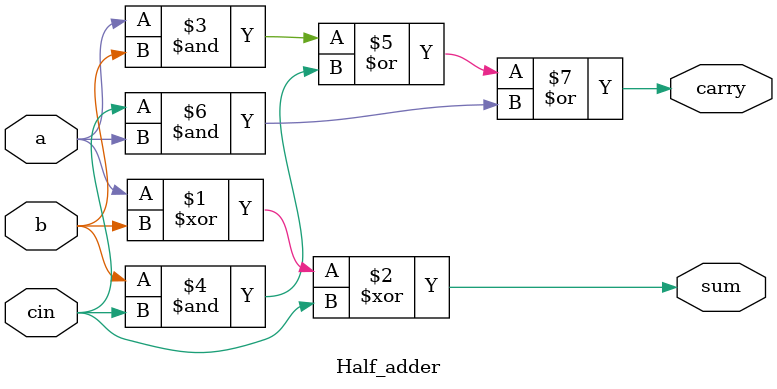
<source format=sv>
`timescale 1ns / 1ps

module Half_adder(a,b,cin,sum,carry

    );
    input logic a,b,cin;
    output logic sum,carry;
    assign sum=a^b^cin;
    assign carry=(a&b)|(b&cin)|(cin&a);
endmodule

</source>
